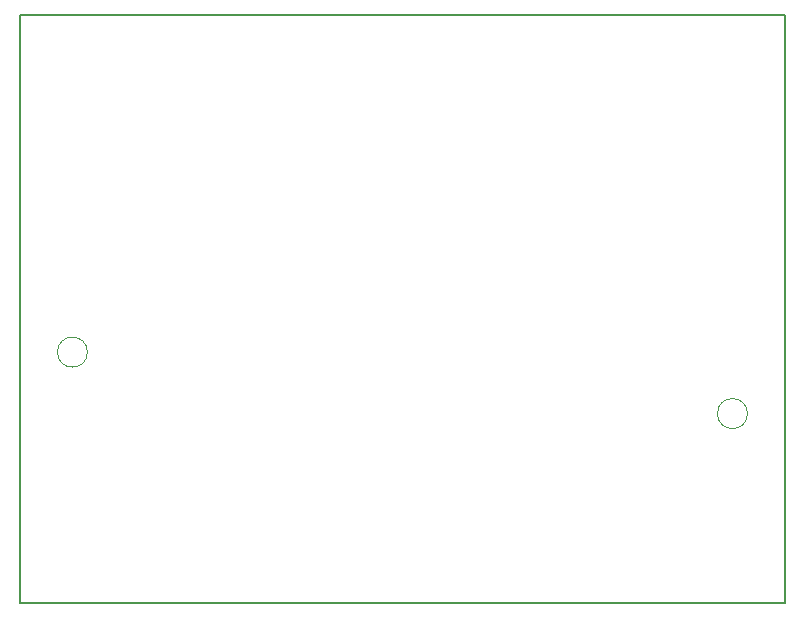
<source format=gbr>
G04 #@! TF.GenerationSoftware,KiCad,Pcbnew,5.1.5+dfsg1-2build2*
G04 #@! TF.CreationDate,2021-12-18T12:39:24+01:00*
G04 #@! TF.ProjectId,MSX USB Drive,4d535820-5553-4422-9044-726976652e6b,rev?*
G04 #@! TF.SameCoordinates,Original*
G04 #@! TF.FileFunction,Profile,NP*
%FSLAX46Y46*%
G04 Gerber Fmt 4.6, Leading zero omitted, Abs format (unit mm)*
G04 Created by KiCad (PCBNEW 5.1.5+dfsg1-2build2) date 2021-12-18 12:39:24*
%MOMM*%
%LPD*%
G04 APERTURE LIST*
%ADD10C,0.127000*%
%ADD11C,0.050000*%
G04 APERTURE END LIST*
D10*
X677545000Y662622500D02*
X677545000Y712343000D01*
D11*
X674370000Y678622000D02*
G75*
G03X674370000Y678622000I-1270000J0D01*
G01*
X618490000Y683821000D02*
G75*
G03X618490000Y683821000I-1270000J0D01*
G01*
D10*
X677545000Y712343000D02*
X612775000Y712343000D01*
X612775000Y712343000D02*
X612775000Y662622500D01*
X612775000Y662622500D02*
X613092500Y662622500D01*
X613092500Y662622500D02*
X677545000Y662622500D01*
M02*

</source>
